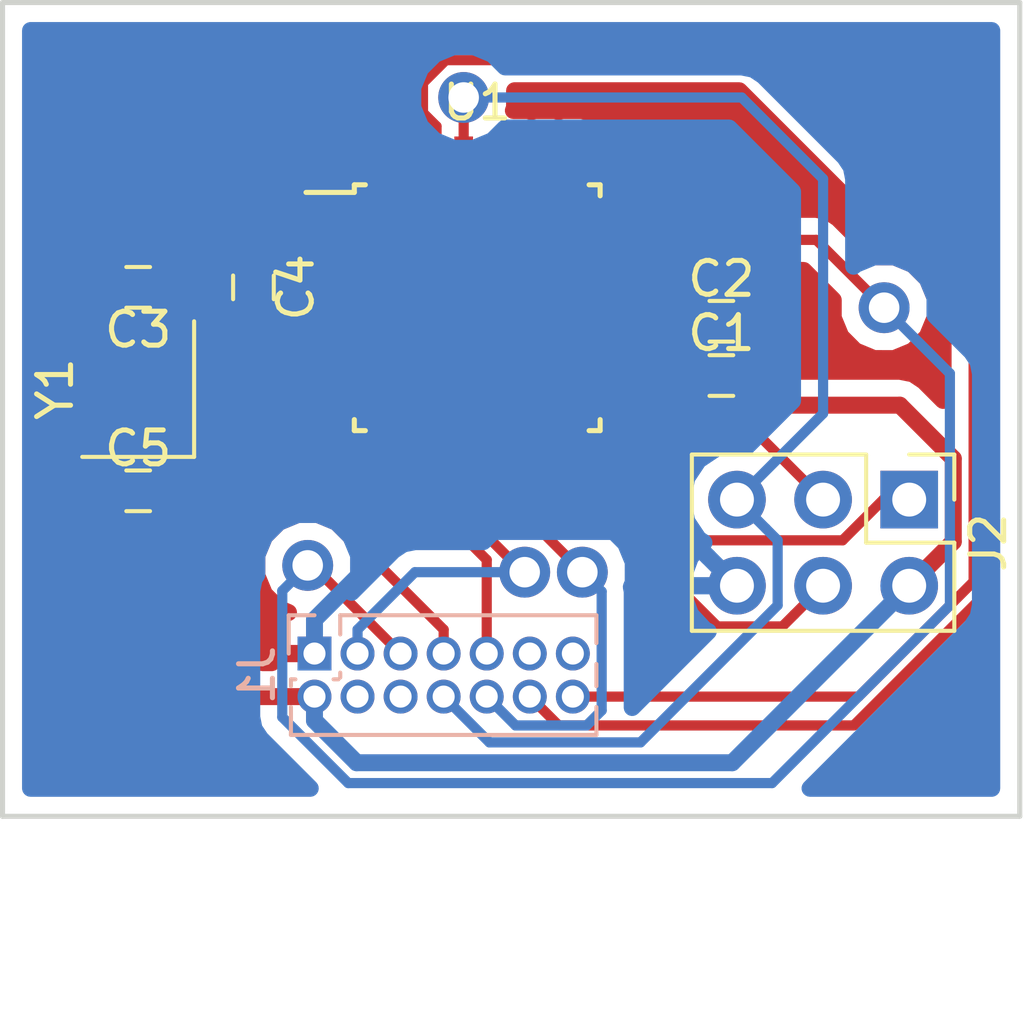
<source format=kicad_pcb>
(kicad_pcb (version 4) (host pcbnew 4.0.7+dfsg1-1~bpo9+1)

  (general
    (links 33)
    (no_connects 12)
    (area 0 0 0 0)
    (thickness 1.6)
    (drawings 5)
    (tracks 154)
    (zones 0)
    (modules 9)
    (nets 16)
  )

  (page A4)
  (layers
    (0 F.Cu signal)
    (31 B.Cu signal)
    (32 B.Adhes user)
    (33 F.Adhes user)
    (34 B.Paste user)
    (35 F.Paste user)
    (36 B.SilkS user)
    (37 F.SilkS user)
    (38 B.Mask user)
    (39 F.Mask user)
    (40 Dwgs.User user)
    (41 Cmts.User user)
    (42 Eco1.User user)
    (43 Eco2.User user)
    (44 Edge.Cuts user)
    (45 Margin user)
    (46 B.CrtYd user)
    (47 F.CrtYd user)
    (48 B.Fab user)
    (49 F.Fab user)
  )

  (setup
    (last_trace_width 0.3)
    (user_trace_width 0.3)
    (user_trace_width 0.5)
    (trace_clearance 0.2)
    (zone_clearance 0.508)
    (zone_45_only no)
    (trace_min 0.2)
    (segment_width 0.2)
    (edge_width 0.15)
    (via_size 1.5)
    (via_drill 0.9)
    (via_min_size 0.4)
    (via_min_drill 0.3)
    (uvia_size 0.3)
    (uvia_drill 0.1)
    (uvias_allowed no)
    (uvia_min_size 0.2)
    (uvia_min_drill 0.1)
    (pcb_text_width 0.3)
    (pcb_text_size 1.5 1.5)
    (mod_edge_width 0.15)
    (mod_text_size 1 1)
    (mod_text_width 0.15)
    (pad_size 1.524 1.524)
    (pad_drill 0.762)
    (pad_to_mask_clearance 0.2)
    (aux_axis_origin 0 0)
    (visible_elements FFFFFF7F)
    (pcbplotparams
      (layerselection 0x00030_80000001)
      (usegerberextensions false)
      (excludeedgelayer true)
      (linewidth 0.100000)
      (plotframeref false)
      (viasonmask false)
      (mode 1)
      (useauxorigin false)
      (hpglpennumber 1)
      (hpglpenspeed 20)
      (hpglpendiameter 15)
      (hpglpenoverlay 2)
      (psnegative false)
      (psa4output false)
      (plotreference true)
      (plotvalue true)
      (plotinvisibletext false)
      (padsonsilk false)
      (subtractmaskfromsilk false)
      (outputformat 1)
      (mirror false)
      (drillshape 1)
      (scaleselection 1)
      (outputdirectory ""))
  )

  (net 0 "")
  (net 1 +5V)
  (net 2 GND)
  (net 3 /XTAL+)
  (net 4 /XTAL-)
  (net 5 /UV_ON)
  (net 6 /36V_MEASURE)
  (net 7 /IR_ON)
  (net 8 /~ICSP_RESET)
  (net 9 /EN_36V)
  (net 10 /VIS)
  (net 11 /FLASH_IN)
  (net 12 /DATA_IN)
  (net 13 /ICSP_MISO)
  (net 14 /ICSP_SCK)
  (net 15 /ICSP_MOSI)

  (net_class Default "This is the default net class."
    (clearance 0.2)
    (trace_width 0.3)
    (via_dia 1.5)
    (via_drill 0.9)
    (uvia_dia 0.3)
    (uvia_drill 0.1)
    (add_net +5V)
    (add_net /36V_MEASURE)
    (add_net /DATA_IN)
    (add_net /EN_36V)
    (add_net /FLASH_IN)
    (add_net /ICSP_MISO)
    (add_net /ICSP_MOSI)
    (add_net /ICSP_SCK)
    (add_net /IR_ON)
    (add_net /UV_ON)
    (add_net /VIS)
    (add_net /XTAL+)
    (add_net /XTAL-)
    (add_net /~ICSP_RESET)
    (add_net GND)
  )

  (module Pin_Headers:Pin_Header_Straight_2x07_Pitch1.27mm (layer B.Cu) (tedit 59650536) (tstamp 5B89C8E1)
    (at 137.2 102.2 270)
    (descr "Through hole straight pin header, 2x07, 1.27mm pitch, double rows")
    (tags "Through hole pin header THT 2x07 1.27mm double row")
    (path /5B7D8B51)
    (fp_text reference J1 (at 0.635 1.695 270) (layer B.SilkS)
      (effects (font (size 1 1) (thickness 0.15)) (justify mirror))
    )
    (fp_text value Conn_02x07_Odd_Even (at 0.635 -9.315 270) (layer B.Fab)
      (effects (font (size 1 1) (thickness 0.15)) (justify mirror))
    )
    (fp_line (start -0.2175 0.635) (end 2.34 0.635) (layer B.Fab) (width 0.1))
    (fp_line (start 2.34 0.635) (end 2.34 -8.255) (layer B.Fab) (width 0.1))
    (fp_line (start 2.34 -8.255) (end -1.07 -8.255) (layer B.Fab) (width 0.1))
    (fp_line (start -1.07 -8.255) (end -1.07 -0.2175) (layer B.Fab) (width 0.1))
    (fp_line (start -1.07 -0.2175) (end -0.2175 0.635) (layer B.Fab) (width 0.1))
    (fp_line (start -1.13 -8.315) (end -0.30753 -8.315) (layer B.SilkS) (width 0.12))
    (fp_line (start 1.57753 -8.315) (end 2.4 -8.315) (layer B.SilkS) (width 0.12))
    (fp_line (start 0.30753 -8.315) (end 0.96247 -8.315) (layer B.SilkS) (width 0.12))
    (fp_line (start -1.13 -0.76) (end -1.13 -8.315) (layer B.SilkS) (width 0.12))
    (fp_line (start 2.4 0.695) (end 2.4 -8.315) (layer B.SilkS) (width 0.12))
    (fp_line (start -1.13 -0.76) (end -0.563471 -0.76) (layer B.SilkS) (width 0.12))
    (fp_line (start 0.563471 -0.76) (end 0.706529 -0.76) (layer B.SilkS) (width 0.12))
    (fp_line (start 0.76 -0.706529) (end 0.76 -0.563471) (layer B.SilkS) (width 0.12))
    (fp_line (start 0.76 0.563471) (end 0.76 0.695) (layer B.SilkS) (width 0.12))
    (fp_line (start 0.76 0.695) (end 0.96247 0.695) (layer B.SilkS) (width 0.12))
    (fp_line (start 1.57753 0.695) (end 2.4 0.695) (layer B.SilkS) (width 0.12))
    (fp_line (start -1.13 0) (end -1.13 0.76) (layer B.SilkS) (width 0.12))
    (fp_line (start -1.13 0.76) (end 0 0.76) (layer B.SilkS) (width 0.12))
    (fp_line (start -1.6 1.15) (end -1.6 -8.8) (layer B.CrtYd) (width 0.05))
    (fp_line (start -1.6 -8.8) (end 2.85 -8.8) (layer B.CrtYd) (width 0.05))
    (fp_line (start 2.85 -8.8) (end 2.85 1.15) (layer B.CrtYd) (width 0.05))
    (fp_line (start 2.85 1.15) (end -1.6 1.15) (layer B.CrtYd) (width 0.05))
    (fp_text user %R (at 0.635 -3.81 540) (layer B.Fab)
      (effects (font (size 1 1) (thickness 0.15)) (justify mirror))
    )
    (pad 1 thru_hole rect (at 0 0 270) (size 1 1) (drill 0.65) (layers *.Cu *.Mask)
      (net 2 GND))
    (pad 2 thru_hole oval (at 1.27 0 270) (size 1 1) (drill 0.65) (layers *.Cu *.Mask)
      (net 1 +5V))
    (pad 3 thru_hole oval (at 0 -1.27 270) (size 1 1) (drill 0.65) (layers *.Cu *.Mask)
      (net 5 /UV_ON))
    (pad 4 thru_hole oval (at 1.27 -1.27 270) (size 1 1) (drill 0.65) (layers *.Cu *.Mask))
    (pad 5 thru_hole oval (at 0 -2.54 270) (size 1 1) (drill 0.65) (layers *.Cu *.Mask)
      (net 6 /36V_MEASURE))
    (pad 6 thru_hole oval (at 1.27 -2.54 270) (size 1 1) (drill 0.65) (layers *.Cu *.Mask))
    (pad 7 thru_hole oval (at 0 -3.81 270) (size 1 1) (drill 0.65) (layers *.Cu *.Mask)
      (net 7 /IR_ON))
    (pad 8 thru_hole oval (at 1.27 -3.81 270) (size 1 1) (drill 0.65) (layers *.Cu *.Mask)
      (net 8 /~ICSP_RESET))
    (pad 9 thru_hole oval (at 0 -5.08 270) (size 1 1) (drill 0.65) (layers *.Cu *.Mask)
      (net 9 /EN_36V))
    (pad 10 thru_hole oval (at 1.27 -5.08 270) (size 1 1) (drill 0.65) (layers *.Cu *.Mask)
      (net 10 /VIS))
    (pad 11 thru_hole oval (at 0 -6.35 270) (size 1 1) (drill 0.65) (layers *.Cu *.Mask))
    (pad 12 thru_hole oval (at 1.27 -6.35 270) (size 1 1) (drill 0.65) (layers *.Cu *.Mask)
      (net 11 /FLASH_IN))
    (pad 13 thru_hole oval (at 0 -7.62 270) (size 1 1) (drill 0.65) (layers *.Cu *.Mask))
    (pad 14 thru_hole oval (at 1.27 -7.62 270) (size 1 1) (drill 0.65) (layers *.Cu *.Mask)
      (net 12 /DATA_IN))
    (model ${KISYS3DMOD}/Pin_Headers.3dshapes/Pin_Header_Straight_2x07_Pitch1.27mm.wrl
      (at (xyz 0 0 0))
      (scale (xyz 1 1 1))
      (rotate (xyz 0 0 0))
    )
  )

  (module Capacitors_SMD:C_0603_HandSoldering (layer F.Cu) (tedit 58AA848B) (tstamp 5B950FBB)
    (at 149.2 94)
    (descr "Capacitor SMD 0603, hand soldering")
    (tags "capacitor 0603")
    (path /5B7E67D5)
    (attr smd)
    (fp_text reference C1 (at 0 -1.25) (layer F.SilkS)
      (effects (font (size 1 1) (thickness 0.15)))
    )
    (fp_text value 100nF (at 0 1.5) (layer F.Fab)
      (effects (font (size 1 1) (thickness 0.15)))
    )
    (fp_text user %R (at 0 -1.25) (layer F.Fab)
      (effects (font (size 1 1) (thickness 0.15)))
    )
    (fp_line (start -0.8 0.4) (end -0.8 -0.4) (layer F.Fab) (width 0.1))
    (fp_line (start 0.8 0.4) (end -0.8 0.4) (layer F.Fab) (width 0.1))
    (fp_line (start 0.8 -0.4) (end 0.8 0.4) (layer F.Fab) (width 0.1))
    (fp_line (start -0.8 -0.4) (end 0.8 -0.4) (layer F.Fab) (width 0.1))
    (fp_line (start -0.35 -0.6) (end 0.35 -0.6) (layer F.SilkS) (width 0.12))
    (fp_line (start 0.35 0.6) (end -0.35 0.6) (layer F.SilkS) (width 0.12))
    (fp_line (start -1.8 -0.65) (end 1.8 -0.65) (layer F.CrtYd) (width 0.05))
    (fp_line (start -1.8 -0.65) (end -1.8 0.65) (layer F.CrtYd) (width 0.05))
    (fp_line (start 1.8 0.65) (end 1.8 -0.65) (layer F.CrtYd) (width 0.05))
    (fp_line (start 1.8 0.65) (end -1.8 0.65) (layer F.CrtYd) (width 0.05))
    (pad 1 smd rect (at -0.95 0) (size 1.2 0.75) (layers F.Cu F.Paste F.Mask)
      (net 1 +5V))
    (pad 2 smd rect (at 0.95 0) (size 1.2 0.75) (layers F.Cu F.Paste F.Mask)
      (net 2 GND))
    (model Capacitors_SMD.3dshapes/C_0603.wrl
      (at (xyz 0 0 0))
      (scale (xyz 1 1 1))
      (rotate (xyz 0 0 0))
    )
  )

  (module Capacitors_SMD:C_0603_HandSoldering (layer F.Cu) (tedit 58AA848B) (tstamp 5B950FCC)
    (at 149.2 92.4)
    (descr "Capacitor SMD 0603, hand soldering")
    (tags "capacitor 0603")
    (path /5B7E6A5B)
    (attr smd)
    (fp_text reference C2 (at 0 -1.25) (layer F.SilkS)
      (effects (font (size 1 1) (thickness 0.15)))
    )
    (fp_text value 100nF (at 0 1.5) (layer F.Fab)
      (effects (font (size 1 1) (thickness 0.15)))
    )
    (fp_text user %R (at 0 -1.25) (layer F.Fab)
      (effects (font (size 1 1) (thickness 0.15)))
    )
    (fp_line (start -0.8 0.4) (end -0.8 -0.4) (layer F.Fab) (width 0.1))
    (fp_line (start 0.8 0.4) (end -0.8 0.4) (layer F.Fab) (width 0.1))
    (fp_line (start 0.8 -0.4) (end 0.8 0.4) (layer F.Fab) (width 0.1))
    (fp_line (start -0.8 -0.4) (end 0.8 -0.4) (layer F.Fab) (width 0.1))
    (fp_line (start -0.35 -0.6) (end 0.35 -0.6) (layer F.SilkS) (width 0.12))
    (fp_line (start 0.35 0.6) (end -0.35 0.6) (layer F.SilkS) (width 0.12))
    (fp_line (start -1.8 -0.65) (end 1.8 -0.65) (layer F.CrtYd) (width 0.05))
    (fp_line (start -1.8 -0.65) (end -1.8 0.65) (layer F.CrtYd) (width 0.05))
    (fp_line (start 1.8 0.65) (end 1.8 -0.65) (layer F.CrtYd) (width 0.05))
    (fp_line (start 1.8 0.65) (end -1.8 0.65) (layer F.CrtYd) (width 0.05))
    (pad 1 smd rect (at -0.95 0) (size 1.2 0.75) (layers F.Cu F.Paste F.Mask)
      (net 1 +5V))
    (pad 2 smd rect (at 0.95 0) (size 1.2 0.75) (layers F.Cu F.Paste F.Mask)
      (net 2 GND))
    (model Capacitors_SMD.3dshapes/C_0603.wrl
      (at (xyz 0 0 0))
      (scale (xyz 1 1 1))
      (rotate (xyz 0 0 0))
    )
  )

  (module Capacitors_SMD:C_0603_HandSoldering (layer F.Cu) (tedit 58AA848B) (tstamp 5B950FDD)
    (at 132 91.4 180)
    (descr "Capacitor SMD 0603, hand soldering")
    (tags "capacitor 0603")
    (path /5B7E720D)
    (attr smd)
    (fp_text reference C3 (at 0 -1.25 180) (layer F.SilkS)
      (effects (font (size 1 1) (thickness 0.15)))
    )
    (fp_text value 18pF (at 0 1.5 180) (layer F.Fab)
      (effects (font (size 1 1) (thickness 0.15)))
    )
    (fp_text user %R (at 0 -1.25 180) (layer F.Fab)
      (effects (font (size 1 1) (thickness 0.15)))
    )
    (fp_line (start -0.8 0.4) (end -0.8 -0.4) (layer F.Fab) (width 0.1))
    (fp_line (start 0.8 0.4) (end -0.8 0.4) (layer F.Fab) (width 0.1))
    (fp_line (start 0.8 -0.4) (end 0.8 0.4) (layer F.Fab) (width 0.1))
    (fp_line (start -0.8 -0.4) (end 0.8 -0.4) (layer F.Fab) (width 0.1))
    (fp_line (start -0.35 -0.6) (end 0.35 -0.6) (layer F.SilkS) (width 0.12))
    (fp_line (start 0.35 0.6) (end -0.35 0.6) (layer F.SilkS) (width 0.12))
    (fp_line (start -1.8 -0.65) (end 1.8 -0.65) (layer F.CrtYd) (width 0.05))
    (fp_line (start -1.8 -0.65) (end -1.8 0.65) (layer F.CrtYd) (width 0.05))
    (fp_line (start 1.8 0.65) (end 1.8 -0.65) (layer F.CrtYd) (width 0.05))
    (fp_line (start 1.8 0.65) (end -1.8 0.65) (layer F.CrtYd) (width 0.05))
    (pad 1 smd rect (at -0.95 0 180) (size 1.2 0.75) (layers F.Cu F.Paste F.Mask)
      (net 2 GND))
    (pad 2 smd rect (at 0.95 0 180) (size 1.2 0.75) (layers F.Cu F.Paste F.Mask)
      (net 3 /XTAL+))
    (model Capacitors_SMD.3dshapes/C_0603.wrl
      (at (xyz 0 0 0))
      (scale (xyz 1 1 1))
      (rotate (xyz 0 0 0))
    )
  )

  (module Capacitors_SMD:C_0603_HandSoldering (layer F.Cu) (tedit 58AA848B) (tstamp 5B950FEE)
    (at 135.4 91.4 270)
    (descr "Capacitor SMD 0603, hand soldering")
    (tags "capacitor 0603")
    (path /5B7E6B0F)
    (attr smd)
    (fp_text reference C4 (at 0 -1.25 270) (layer F.SilkS)
      (effects (font (size 1 1) (thickness 0.15)))
    )
    (fp_text value 100nF (at 0 1.5 270) (layer F.Fab)
      (effects (font (size 1 1) (thickness 0.15)))
    )
    (fp_text user %R (at 0 -1.25 270) (layer F.Fab)
      (effects (font (size 1 1) (thickness 0.15)))
    )
    (fp_line (start -0.8 0.4) (end -0.8 -0.4) (layer F.Fab) (width 0.1))
    (fp_line (start 0.8 0.4) (end -0.8 0.4) (layer F.Fab) (width 0.1))
    (fp_line (start 0.8 -0.4) (end 0.8 0.4) (layer F.Fab) (width 0.1))
    (fp_line (start -0.8 -0.4) (end 0.8 -0.4) (layer F.Fab) (width 0.1))
    (fp_line (start -0.35 -0.6) (end 0.35 -0.6) (layer F.SilkS) (width 0.12))
    (fp_line (start 0.35 0.6) (end -0.35 0.6) (layer F.SilkS) (width 0.12))
    (fp_line (start -1.8 -0.65) (end 1.8 -0.65) (layer F.CrtYd) (width 0.05))
    (fp_line (start -1.8 -0.65) (end -1.8 0.65) (layer F.CrtYd) (width 0.05))
    (fp_line (start 1.8 0.65) (end 1.8 -0.65) (layer F.CrtYd) (width 0.05))
    (fp_line (start 1.8 0.65) (end -1.8 0.65) (layer F.CrtYd) (width 0.05))
    (pad 1 smd rect (at -0.95 0 270) (size 1.2 0.75) (layers F.Cu F.Paste F.Mask)
      (net 1 +5V))
    (pad 2 smd rect (at 0.95 0 270) (size 1.2 0.75) (layers F.Cu F.Paste F.Mask)
      (net 2 GND))
    (model Capacitors_SMD.3dshapes/C_0603.wrl
      (at (xyz 0 0 0))
      (scale (xyz 1 1 1))
      (rotate (xyz 0 0 0))
    )
  )

  (module Capacitors_SMD:C_0603_HandSoldering (layer F.Cu) (tedit 58AA848B) (tstamp 5B950FFF)
    (at 132 97.4)
    (descr "Capacitor SMD 0603, hand soldering")
    (tags "capacitor 0603")
    (path /5B7E7143)
    (attr smd)
    (fp_text reference C5 (at 0 -1.25) (layer F.SilkS)
      (effects (font (size 1 1) (thickness 0.15)))
    )
    (fp_text value 18pF (at 0 1.5) (layer F.Fab)
      (effects (font (size 1 1) (thickness 0.15)))
    )
    (fp_text user %R (at 0 -1.25) (layer F.Fab)
      (effects (font (size 1 1) (thickness 0.15)))
    )
    (fp_line (start -0.8 0.4) (end -0.8 -0.4) (layer F.Fab) (width 0.1))
    (fp_line (start 0.8 0.4) (end -0.8 0.4) (layer F.Fab) (width 0.1))
    (fp_line (start 0.8 -0.4) (end 0.8 0.4) (layer F.Fab) (width 0.1))
    (fp_line (start -0.8 -0.4) (end 0.8 -0.4) (layer F.Fab) (width 0.1))
    (fp_line (start -0.35 -0.6) (end 0.35 -0.6) (layer F.SilkS) (width 0.12))
    (fp_line (start 0.35 0.6) (end -0.35 0.6) (layer F.SilkS) (width 0.12))
    (fp_line (start -1.8 -0.65) (end 1.8 -0.65) (layer F.CrtYd) (width 0.05))
    (fp_line (start -1.8 -0.65) (end -1.8 0.65) (layer F.CrtYd) (width 0.05))
    (fp_line (start 1.8 0.65) (end 1.8 -0.65) (layer F.CrtYd) (width 0.05))
    (fp_line (start 1.8 0.65) (end -1.8 0.65) (layer F.CrtYd) (width 0.05))
    (pad 1 smd rect (at -0.95 0) (size 1.2 0.75) (layers F.Cu F.Paste F.Mask)
      (net 2 GND))
    (pad 2 smd rect (at 0.95 0) (size 1.2 0.75) (layers F.Cu F.Paste F.Mask)
      (net 4 /XTAL-))
    (model Capacitors_SMD.3dshapes/C_0603.wrl
      (at (xyz 0 0 0))
      (scale (xyz 1 1 1))
      (rotate (xyz 0 0 0))
    )
  )

  (module Housings_QFP:TQFP-32_7x7mm_Pitch0.8mm (layer F.Cu) (tedit 58CC9A48) (tstamp 5B951067)
    (at 142 92)
    (descr "32-Lead Plastic Thin Quad Flatpack (PT) - 7x7x1.0 mm Body, 2.00 mm [TQFP] (see Microchip Packaging Specification 00000049BS.pdf)")
    (tags "QFP 0.8")
    (path /5B7E6742)
    (attr smd)
    (fp_text reference U1 (at 0 -6.05) (layer F.SilkS)
      (effects (font (size 1 1) (thickness 0.15)))
    )
    (fp_text value ATMEGA328PB-AU (at 0 6.05) (layer F.Fab)
      (effects (font (size 1 1) (thickness 0.15)))
    )
    (fp_text user %R (at 0 0) (layer F.Fab)
      (effects (font (size 1 1) (thickness 0.15)))
    )
    (fp_line (start -2.5 -3.5) (end 3.5 -3.5) (layer F.Fab) (width 0.15))
    (fp_line (start 3.5 -3.5) (end 3.5 3.5) (layer F.Fab) (width 0.15))
    (fp_line (start 3.5 3.5) (end -3.5 3.5) (layer F.Fab) (width 0.15))
    (fp_line (start -3.5 3.5) (end -3.5 -2.5) (layer F.Fab) (width 0.15))
    (fp_line (start -3.5 -2.5) (end -2.5 -3.5) (layer F.Fab) (width 0.15))
    (fp_line (start -5.3 -5.3) (end -5.3 5.3) (layer F.CrtYd) (width 0.05))
    (fp_line (start 5.3 -5.3) (end 5.3 5.3) (layer F.CrtYd) (width 0.05))
    (fp_line (start -5.3 -5.3) (end 5.3 -5.3) (layer F.CrtYd) (width 0.05))
    (fp_line (start -5.3 5.3) (end 5.3 5.3) (layer F.CrtYd) (width 0.05))
    (fp_line (start -3.625 -3.625) (end -3.625 -3.4) (layer F.SilkS) (width 0.15))
    (fp_line (start 3.625 -3.625) (end 3.625 -3.3) (layer F.SilkS) (width 0.15))
    (fp_line (start 3.625 3.625) (end 3.625 3.3) (layer F.SilkS) (width 0.15))
    (fp_line (start -3.625 3.625) (end -3.625 3.3) (layer F.SilkS) (width 0.15))
    (fp_line (start -3.625 -3.625) (end -3.3 -3.625) (layer F.SilkS) (width 0.15))
    (fp_line (start -3.625 3.625) (end -3.3 3.625) (layer F.SilkS) (width 0.15))
    (fp_line (start 3.625 3.625) (end 3.3 3.625) (layer F.SilkS) (width 0.15))
    (fp_line (start 3.625 -3.625) (end 3.3 -3.625) (layer F.SilkS) (width 0.15))
    (fp_line (start -3.625 -3.4) (end -5.05 -3.4) (layer F.SilkS) (width 0.15))
    (pad 1 smd rect (at -4.25 -2.8) (size 1.6 0.55) (layers F.Cu F.Paste F.Mask)
      (net 11 /FLASH_IN))
    (pad 2 smd rect (at -4.25 -2) (size 1.6 0.55) (layers F.Cu F.Paste F.Mask))
    (pad 3 smd rect (at -4.25 -1.2) (size 1.6 0.55) (layers F.Cu F.Paste F.Mask))
    (pad 4 smd rect (at -4.25 -0.4) (size 1.6 0.55) (layers F.Cu F.Paste F.Mask)
      (net 1 +5V))
    (pad 5 smd rect (at -4.25 0.4) (size 1.6 0.55) (layers F.Cu F.Paste F.Mask)
      (net 2 GND))
    (pad 6 smd rect (at -4.25 1.2) (size 1.6 0.55) (layers F.Cu F.Paste F.Mask))
    (pad 7 smd rect (at -4.25 2) (size 1.6 0.55) (layers F.Cu F.Paste F.Mask)
      (net 3 /XTAL+))
    (pad 8 smd rect (at -4.25 2.8) (size 1.6 0.55) (layers F.Cu F.Paste F.Mask)
      (net 4 /XTAL-))
    (pad 9 smd rect (at -2.8 4.25 90) (size 1.6 0.55) (layers F.Cu F.Paste F.Mask)
      (net 7 /IR_ON))
    (pad 10 smd rect (at -2 4.25 90) (size 1.6 0.55) (layers F.Cu F.Paste F.Mask)
      (net 9 /EN_36V))
    (pad 11 smd rect (at -1.2 4.25 90) (size 1.6 0.55) (layers F.Cu F.Paste F.Mask))
    (pad 12 smd rect (at -0.4 4.25 90) (size 1.6 0.55) (layers F.Cu F.Paste F.Mask))
    (pad 13 smd rect (at 0.4 4.25 90) (size 1.6 0.55) (layers F.Cu F.Paste F.Mask)
      (net 5 /UV_ON))
    (pad 14 smd rect (at 1.2 4.25 90) (size 1.6 0.55) (layers F.Cu F.Paste F.Mask)
      (net 10 /VIS))
    (pad 15 smd rect (at 2 4.25 90) (size 1.6 0.55) (layers F.Cu F.Paste F.Mask)
      (net 15 /ICSP_MOSI))
    (pad 16 smd rect (at 2.8 4.25 90) (size 1.6 0.55) (layers F.Cu F.Paste F.Mask)
      (net 13 /ICSP_MISO))
    (pad 17 smd rect (at 4.25 2.8) (size 1.6 0.55) (layers F.Cu F.Paste F.Mask)
      (net 14 /ICSP_SCK))
    (pad 18 smd rect (at 4.25 2) (size 1.6 0.55) (layers F.Cu F.Paste F.Mask)
      (net 1 +5V))
    (pad 19 smd rect (at 4.25 1.2) (size 1.6 0.55) (layers F.Cu F.Paste F.Mask))
    (pad 20 smd rect (at 4.25 0.4) (size 1.6 0.55) (layers F.Cu F.Paste F.Mask)
      (net 1 +5V))
    (pad 21 smd rect (at 4.25 -0.4) (size 1.6 0.55) (layers F.Cu F.Paste F.Mask)
      (net 2 GND))
    (pad 22 smd rect (at 4.25 -1.2) (size 1.6 0.55) (layers F.Cu F.Paste F.Mask))
    (pad 23 smd rect (at 4.25 -2) (size 1.6 0.55) (layers F.Cu F.Paste F.Mask)
      (net 6 /36V_MEASURE))
    (pad 24 smd rect (at 4.25 -2.8) (size 1.6 0.55) (layers F.Cu F.Paste F.Mask))
    (pad 25 smd rect (at 2.8 -4.25 90) (size 1.6 0.55) (layers F.Cu F.Paste F.Mask))
    (pad 26 smd rect (at 2 -4.25 90) (size 1.6 0.55) (layers F.Cu F.Paste F.Mask))
    (pad 27 smd rect (at 1.2 -4.25 90) (size 1.6 0.55) (layers F.Cu F.Paste F.Mask))
    (pad 28 smd rect (at 0.4 -4.25 90) (size 1.6 0.55) (layers F.Cu F.Paste F.Mask))
    (pad 29 smd rect (at -0.4 -4.25 90) (size 1.6 0.55) (layers F.Cu F.Paste F.Mask)
      (net 8 /~ICSP_RESET))
    (pad 30 smd rect (at -1.2 -4.25 90) (size 1.6 0.55) (layers F.Cu F.Paste F.Mask)
      (net 12 /DATA_IN))
    (pad 31 smd rect (at -2 -4.25 90) (size 1.6 0.55) (layers F.Cu F.Paste F.Mask))
    (pad 32 smd rect (at -2.8 -4.25 90) (size 1.6 0.55) (layers F.Cu F.Paste F.Mask))
    (model ${KISYS3DMOD}/Housings_QFP.3dshapes/TQFP-32_7x7mm_Pitch0.8mm.wrl
      (at (xyz 0 0 0))
      (scale (xyz 1 1 1))
      (rotate (xyz 0 0 0))
    )
  )

  (module Crystals:Crystal_SMD_Abracon_ABM8G-4pin_3.2x2.5mm (layer F.Cu) (tedit 58CD2E9C) (tstamp 5B95107F)
    (at 132 94.4 90)
    (descr "Abracon Miniature Ceramic Smd Crystal ABM8G http://www.abracon.com/Resonators/ABM8G.pdf, 3.2x2.5mm^2 package")
    (tags "SMD SMT crystal")
    (path /5B7E6FE4)
    (attr smd)
    (fp_text reference Y1 (at 0 -2.45 90) (layer F.SilkS)
      (effects (font (size 1 1) (thickness 0.15)))
    )
    (fp_text value 20MHz (at 0 2.45 90) (layer F.Fab)
      (effects (font (size 1 1) (thickness 0.15)))
    )
    (fp_text user %R (at 0 0 90) (layer F.Fab)
      (effects (font (size 0.7 0.7) (thickness 0.105)))
    )
    (fp_line (start -1.4 -1.25) (end 1.4 -1.25) (layer F.Fab) (width 0.1))
    (fp_line (start 1.4 -1.25) (end 1.6 -1.05) (layer F.Fab) (width 0.1))
    (fp_line (start 1.6 -1.05) (end 1.6 1.05) (layer F.Fab) (width 0.1))
    (fp_line (start 1.6 1.05) (end 1.4 1.25) (layer F.Fab) (width 0.1))
    (fp_line (start 1.4 1.25) (end -1.4 1.25) (layer F.Fab) (width 0.1))
    (fp_line (start -1.4 1.25) (end -1.6 1.05) (layer F.Fab) (width 0.1))
    (fp_line (start -1.6 1.05) (end -1.6 -1.05) (layer F.Fab) (width 0.1))
    (fp_line (start -1.6 -1.05) (end -1.4 -1.25) (layer F.Fab) (width 0.1))
    (fp_line (start -1.6 0.25) (end -0.6 1.25) (layer F.Fab) (width 0.1))
    (fp_line (start -2 -1.65) (end -2 1.65) (layer F.SilkS) (width 0.12))
    (fp_line (start -2 1.65) (end 2 1.65) (layer F.SilkS) (width 0.12))
    (fp_line (start -2.1 -1.7) (end -2.1 1.7) (layer F.CrtYd) (width 0.05))
    (fp_line (start -2.1 1.7) (end 2.1 1.7) (layer F.CrtYd) (width 0.05))
    (fp_line (start 2.1 1.7) (end 2.1 -1.7) (layer F.CrtYd) (width 0.05))
    (fp_line (start 2.1 -1.7) (end -2.1 -1.7) (layer F.CrtYd) (width 0.05))
    (pad 1 smd rect (at -1.1 0.85 90) (size 1.4 1.2) (layers F.Cu F.Paste F.Mask)
      (net 4 /XTAL-))
    (pad 2 smd rect (at 1.1 0.85 90) (size 1.4 1.2) (layers F.Cu F.Paste F.Mask)
      (net 2 GND))
    (pad 3 smd rect (at 1.1 -0.85 90) (size 1.4 1.2) (layers F.Cu F.Paste F.Mask)
      (net 3 /XTAL+))
    (pad 4 smd rect (at -1.1 -0.85 90) (size 1.4 1.2) (layers F.Cu F.Paste F.Mask)
      (net 2 GND))
    (model ${KISYS3DMOD}/Crystals.3dshapes/Crystal_SMD_Abracon_ABM8G-4pin_3.2x2.5mm.wrl
      (at (xyz 0 0 0))
      (scale (xyz 1 1 1))
      (rotate (xyz 0 0 0))
    )
  )

  (module Pin_Headers:Pin_Header_Straight_2x03_Pitch2.54mm (layer F.Cu) (tedit 59650532) (tstamp 5B951030)
    (at 154.74 97.66 270)
    (descr "Through hole straight pin header, 2x03, 2.54mm pitch, double rows")
    (tags "Through hole pin header THT 2x03 2.54mm double row")
    (path /5B7E6C57)
    (fp_text reference J2 (at 1.27 -2.33 270) (layer F.SilkS)
      (effects (font (size 1 1) (thickness 0.15)))
    )
    (fp_text value Conn_02x03_Odd_Even (at 1.27 7.41 270) (layer F.Fab)
      (effects (font (size 1 1) (thickness 0.15)))
    )
    (fp_line (start 0 -1.27) (end 3.81 -1.27) (layer F.Fab) (width 0.1))
    (fp_line (start 3.81 -1.27) (end 3.81 6.35) (layer F.Fab) (width 0.1))
    (fp_line (start 3.81 6.35) (end -1.27 6.35) (layer F.Fab) (width 0.1))
    (fp_line (start -1.27 6.35) (end -1.27 0) (layer F.Fab) (width 0.1))
    (fp_line (start -1.27 0) (end 0 -1.27) (layer F.Fab) (width 0.1))
    (fp_line (start -1.33 6.41) (end 3.87 6.41) (layer F.SilkS) (width 0.12))
    (fp_line (start -1.33 1.27) (end -1.33 6.41) (layer F.SilkS) (width 0.12))
    (fp_line (start 3.87 -1.33) (end 3.87 6.41) (layer F.SilkS) (width 0.12))
    (fp_line (start -1.33 1.27) (end 1.27 1.27) (layer F.SilkS) (width 0.12))
    (fp_line (start 1.27 1.27) (end 1.27 -1.33) (layer F.SilkS) (width 0.12))
    (fp_line (start 1.27 -1.33) (end 3.87 -1.33) (layer F.SilkS) (width 0.12))
    (fp_line (start -1.33 0) (end -1.33 -1.33) (layer F.SilkS) (width 0.12))
    (fp_line (start -1.33 -1.33) (end 0 -1.33) (layer F.SilkS) (width 0.12))
    (fp_line (start -1.8 -1.8) (end -1.8 6.85) (layer F.CrtYd) (width 0.05))
    (fp_line (start -1.8 6.85) (end 4.35 6.85) (layer F.CrtYd) (width 0.05))
    (fp_line (start 4.35 6.85) (end 4.35 -1.8) (layer F.CrtYd) (width 0.05))
    (fp_line (start 4.35 -1.8) (end -1.8 -1.8) (layer F.CrtYd) (width 0.05))
    (fp_text user %R (at 1.27 2.54 360) (layer F.Fab)
      (effects (font (size 1 1) (thickness 0.15)))
    )
    (pad 1 thru_hole rect (at 0 0 270) (size 1.7 1.7) (drill 1) (layers *.Cu *.Mask)
      (net 13 /ICSP_MISO))
    (pad 2 thru_hole oval (at 2.54 0 270) (size 1.7 1.7) (drill 1) (layers *.Cu *.Mask)
      (net 1 +5V))
    (pad 3 thru_hole oval (at 0 2.54 270) (size 1.7 1.7) (drill 1) (layers *.Cu *.Mask)
      (net 14 /ICSP_SCK))
    (pad 4 thru_hole oval (at 2.54 2.54 270) (size 1.7 1.7) (drill 1) (layers *.Cu *.Mask)
      (net 15 /ICSP_MOSI))
    (pad 5 thru_hole oval (at 0 5.08 270) (size 1.7 1.7) (drill 1) (layers *.Cu *.Mask)
      (net 8 /~ICSP_RESET))
    (pad 6 thru_hole oval (at 2.54 5.08 270) (size 1.7 1.7) (drill 1) (layers *.Cu *.Mask)
      (net 2 GND))
    (model ${KISYS3DMOD}/Pin_Headers.3dshapes/Pin_Header_Straight_2x03_Pitch2.54mm.wrl
      (at (xyz 0 0 0))
      (scale (xyz 1 1 1))
      (rotate (xyz 0 0 0))
    )
  )

  (dimension 22 (width 0.3) (layer Cmts.User)
    (gr_text "22.000 mm" (at 147 113.35) (layer Cmts.User)
      (effects (font (size 1.5 1.5) (thickness 0.3)))
    )
    (feature1 (pts (xy 158 107) (xy 158 114.7)))
    (feature2 (pts (xy 136 107) (xy 136 114.7)))
    (crossbar (pts (xy 136 112) (xy 158 112)))
    (arrow1a (pts (xy 158 112) (xy 156.873496 112.586421)))
    (arrow1b (pts (xy 158 112) (xy 156.873496 111.413579)))
    (arrow2a (pts (xy 136 112) (xy 137.126504 112.586421)))
    (arrow2b (pts (xy 136 112) (xy 137.126504 111.413579)))
  )
  (gr_line (start 128 107) (end 128 83) (layer Edge.Cuts) (width 0.15))
  (gr_line (start 158 107) (end 128 107) (layer Edge.Cuts) (width 0.15))
  (gr_line (start 158 83) (end 158 107) (layer Edge.Cuts) (width 0.15))
  (gr_line (start 128 83) (end 158 83) (layer Edge.Cuts) (width 0.15))

  (segment (start 137.2 103.47) (end 135.255038 103.47) (width 0.5) (layer F.Cu) (net 1))
  (segment (start 135.255038 103.47) (end 129.499989 97.714951) (width 0.5) (layer F.Cu) (net 1))
  (segment (start 129.499989 97.714951) (end 129.499989 90.496467) (width 0.5) (layer F.Cu) (net 1))
  (segment (start 129.499989 90.496467) (end 129.921467 90.074989) (width 0.5) (layer F.Cu) (net 1))
  (segment (start 129.921467 90.074989) (end 134.149989 90.074989) (width 0.5) (layer F.Cu) (net 1))
  (segment (start 134.525 90.45) (end 135.4 90.45) (width 0.5) (layer F.Cu) (net 1))
  (segment (start 134.149989 90.074989) (end 134.525 90.45) (width 0.5) (layer F.Cu) (net 1))
  (segment (start 154.74 100.2) (end 149.519979 105.420021) (width 0.5) (layer B.Cu) (net 1))
  (segment (start 149.519979 105.420021) (end 138.442915 105.420021) (width 0.5) (layer B.Cu) (net 1))
  (segment (start 138.442915 105.420021) (end 137.2 104.177106) (width 0.5) (layer B.Cu) (net 1))
  (segment (start 137.2 104.177106) (end 137.2 103.47) (width 0.5) (layer B.Cu) (net 1))
  (segment (start 154.74 100.2) (end 156.040001 98.899999) (width 0.5) (layer F.Cu) (net 1))
  (segment (start 156.040001 96.449999) (end 154.465002 94.875) (width 0.5) (layer F.Cu) (net 1))
  (segment (start 156.040001 98.899999) (end 156.040001 96.449999) (width 0.5) (layer F.Cu) (net 1))
  (segment (start 149.35 94.875) (end 148.475 94) (width 0.5) (layer F.Cu) (net 1))
  (segment (start 154.465002 94.875) (end 149.35 94.875) (width 0.5) (layer F.Cu) (net 1))
  (segment (start 148.475 94) (end 148.25 94) (width 0.5) (layer F.Cu) (net 1))
  (segment (start 137.75 91.6) (end 136.55 91.6) (width 0.5) (layer F.Cu) (net 1))
  (segment (start 136.55 91.6) (end 135.4 90.45) (width 0.5) (layer F.Cu) (net 1))
  (segment (start 148.25 92.4) (end 146.25 92.4) (width 0.5) (layer F.Cu) (net 1))
  (segment (start 148.25 94) (end 146.25 94) (width 0.5) (layer F.Cu) (net 1))
  (segment (start 148.25 94) (end 148.25 92.4) (width 0.5) (layer F.Cu) (net 1))
  (segment (start 137.2 102.2) (end 134.975 102.2) (width 0.5) (layer F.Cu) (net 2))
  (segment (start 134.975 102.2) (end 131.05 98.275) (width 0.5) (layer F.Cu) (net 2))
  (segment (start 131.05 98.275) (end 131.05 97.4) (width 0.5) (layer F.Cu) (net 2))
  (segment (start 137.2 102.2) (end 137.2 101.2) (width 0.5) (layer B.Cu) (net 2))
  (segment (start 137.2 101.2) (end 139.800001 98.599999) (width 0.5) (layer B.Cu) (net 2))
  (segment (start 139.800001 98.599999) (end 148.059999 98.599999) (width 0.5) (layer B.Cu) (net 2))
  (segment (start 148.059999 98.599999) (end 148.810001 99.350001) (width 0.5) (layer B.Cu) (net 2))
  (segment (start 148.810001 99.350001) (end 149.66 100.2) (width 0.5) (layer B.Cu) (net 2))
  (segment (start 132.95 91.4) (end 132.95 90.725) (width 0.3) (layer F.Cu) (net 2))
  (segment (start 132.95 90.725) (end 132.899999 90.674999) (width 0.3) (layer F.Cu) (net 2))
  (segment (start 132.899999 90.674999) (end 130.169999 90.674999) (width 0.3) (layer F.Cu) (net 2))
  (segment (start 130.169999 90.674999) (end 130.099999 90.744999) (width 0.3) (layer F.Cu) (net 2))
  (segment (start 130.099999 90.744999) (end 130.099999 94.349999) (width 0.3) (layer F.Cu) (net 2))
  (segment (start 130.099999 94.349999) (end 131.15 95.4) (width 0.3) (layer F.Cu) (net 2))
  (segment (start 131.15 95.4) (end 131.15 95.5) (width 0.3) (layer F.Cu) (net 2))
  (segment (start 137.2 102.2) (end 137.063998 102.2) (width 0.5) (layer F.Cu) (net 2))
  (segment (start 132.85 93.3) (end 134.45 93.3) (width 0.5) (layer F.Cu) (net 2))
  (segment (start 134.45 93.3) (end 135.4 92.35) (width 0.5) (layer F.Cu) (net 2))
  (segment (start 132.95 91.4) (end 132.95 93.2) (width 0.5) (layer F.Cu) (net 2))
  (segment (start 132.95 93.2) (end 132.85 93.3) (width 0.5) (layer F.Cu) (net 2))
  (segment (start 137.75 92.4) (end 135.45 92.4) (width 0.5) (layer F.Cu) (net 2))
  (segment (start 135.45 92.4) (end 135.4 92.35) (width 0.5) (layer F.Cu) (net 2))
  (segment (start 146.25 91.6) (end 145.164998 91.6) (width 0.5) (layer F.Cu) (net 2))
  (segment (start 145.164998 91.6) (end 144.364998 92.4) (width 0.5) (layer F.Cu) (net 2))
  (segment (start 144.364998 92.4) (end 139.05 92.4) (width 0.5) (layer F.Cu) (net 2))
  (segment (start 139.05 92.4) (end 137.75 92.4) (width 0.5) (layer F.Cu) (net 2))
  (segment (start 150.15 94) (end 150.15 92.4) (width 0.5) (layer F.Cu) (net 2))
  (segment (start 146.25 91.6) (end 147.264998 91.6) (width 0.5) (layer F.Cu) (net 2))
  (segment (start 147.264998 91.6) (end 147.339998 91.525) (width 0.5) (layer F.Cu) (net 2))
  (segment (start 147.339998 91.525) (end 149.05 91.525) (width 0.5) (layer F.Cu) (net 2))
  (segment (start 149.05 91.525) (end 149.925 92.4) (width 0.5) (layer F.Cu) (net 2))
  (segment (start 149.925 92.4) (end 150.15 92.4) (width 0.5) (layer F.Cu) (net 2))
  (segment (start 131.05 97.4) (end 131.05 95.6) (width 0.3) (layer F.Cu) (net 2))
  (segment (start 131.05 95.6) (end 131.15 95.5) (width 0.3) (layer F.Cu) (net 2))
  (segment (start 131.15 93.3) (end 131.15 91.5) (width 0.3) (layer F.Cu) (net 3))
  (segment (start 131.15 91.5) (end 131.05 91.4) (width 0.3) (layer F.Cu) (net 3))
  (segment (start 131.15 93.3) (end 131.15 93.530002) (width 0.3) (layer F.Cu) (net 3))
  (segment (start 131.15 93.530002) (end 131.969999 94.350001) (width 0.3) (layer F.Cu) (net 3))
  (segment (start 131.969999 94.350001) (end 136.299999 94.350001) (width 0.3) (layer F.Cu) (net 3))
  (segment (start 136.299999 94.350001) (end 136.65 94) (width 0.3) (layer F.Cu) (net 3))
  (segment (start 136.65 94) (end 137.75 94) (width 0.3) (layer F.Cu) (net 3))
  (segment (start 132.85 95.5) (end 132.85 97.3) (width 0.3) (layer F.Cu) (net 4))
  (segment (start 132.85 97.3) (end 132.95 97.4) (width 0.3) (layer F.Cu) (net 4))
  (segment (start 134.399989 94.850011) (end 136.749989 94.850011) (width 0.3) (layer F.Cu) (net 4))
  (segment (start 136.8 94.8) (end 137.75 94.8) (width 0.3) (layer F.Cu) (net 4))
  (segment (start 136.749989 94.850011) (end 136.8 94.8) (width 0.3) (layer F.Cu) (net 4))
  (segment (start 132.85 95.5) (end 133.75 95.5) (width 0.3) (layer F.Cu) (net 4))
  (segment (start 133.75 95.5) (end 134.399989 94.850011) (width 0.3) (layer F.Cu) (net 4))
  (segment (start 138.47 102.2) (end 138.47 101.492894) (width 0.3) (layer B.Cu) (net 5))
  (segment (start 138.47 101.492894) (end 140.162894 99.8) (width 0.3) (layer B.Cu) (net 5))
  (segment (start 140.162894 99.8) (end 142.33934 99.8) (width 0.3) (layer B.Cu) (net 5))
  (segment (start 142.33934 99.8) (end 143.4 99.8) (width 0.3) (layer B.Cu) (net 5))
  (segment (start 142.4 96.25) (end 142.4 98.847882) (width 0.3) (layer F.Cu) (net 5))
  (segment (start 142.4 98.847882) (end 143.352118 99.8) (width 0.3) (layer F.Cu) (net 5))
  (segment (start 143.352118 99.8) (end 143.4 99.8) (width 0.3) (layer F.Cu) (net 5))
  (via (at 143.4 99.8) (size 1.5) (drill 0.9) (layers F.Cu B.Cu) (net 5))
  (segment (start 136.250001 100.349999) (end 136.250001 104.075649) (width 0.3) (layer B.Cu) (net 6))
  (segment (start 136.250001 104.075649) (end 138.194383 106.020031) (width 0.3) (layer B.Cu) (net 6))
  (segment (start 138.194383 106.020031) (end 150.695971 106.020031) (width 0.3) (layer B.Cu) (net 6))
  (segment (start 150.695971 106.020031) (end 155.940001 100.776001) (width 0.3) (layer B.Cu) (net 6))
  (segment (start 154 92) (end 152 90) (width 0.3) (layer F.Cu) (net 6))
  (via (at 137 99.6) (size 1.5) (drill 0.9) (layers F.Cu B.Cu) (net 6))
  (segment (start 137.14 99.6) (end 137 99.6) (width 0.3) (layer F.Cu) (net 6))
  (segment (start 139.74 102.2) (end 137.14 99.6) (width 0.3) (layer F.Cu) (net 6))
  (via (at 154 92) (size 1.5) (drill 0.9) (layers F.Cu B.Cu) (net 6))
  (segment (start 155.940001 100.776001) (end 155.940001 93.940001) (width 0.3) (layer B.Cu) (net 6))
  (segment (start 155.940001 93.940001) (end 154 92) (width 0.3) (layer B.Cu) (net 6))
  (segment (start 137 99.6) (end 136.250001 100.349999) (width 0.3) (layer B.Cu) (net 6))
  (segment (start 152 90) (end 146.25 90) (width 0.3) (layer F.Cu) (net 6))
  (segment (start 141.01 102.2) (end 141.01 101.492894) (width 0.3) (layer F.Cu) (net 7))
  (segment (start 141.01 101.492894) (end 139.2 99.682894) (width 0.3) (layer F.Cu) (net 7))
  (segment (start 139.2 99.682894) (end 139.2 97.35) (width 0.3) (layer F.Cu) (net 7))
  (segment (start 139.2 97.35) (end 139.2 96.25) (width 0.3) (layer F.Cu) (net 7))
  (segment (start 141.6 85.8) (end 141.6 87.75) (width 0.3) (layer F.Cu) (net 8))
  (segment (start 152.2 88.2) (end 149.8 85.8) (width 0.3) (layer B.Cu) (net 8))
  (segment (start 149.8 85.8) (end 141.6 85.8) (width 0.3) (layer B.Cu) (net 8))
  (via (at 141.6 85.8) (size 1.5) (drill 0.9) (layers F.Cu B.Cu) (net 8))
  (segment (start 152.2 95.12) (end 152.2 88.2) (width 0.3) (layer B.Cu) (net 8))
  (segment (start 149.66 97.66) (end 152.2 95.12) (width 0.3) (layer B.Cu) (net 8))
  (segment (start 141.01 103.47) (end 142.360011 104.820011) (width 0.3) (layer B.Cu) (net 8))
  (segment (start 142.360011 104.820011) (end 146.815991 104.820011) (width 0.3) (layer B.Cu) (net 8))
  (segment (start 150.860001 98.860001) (end 150.509999 98.509999) (width 0.3) (layer B.Cu) (net 8))
  (segment (start 146.815991 104.820011) (end 150.860001 100.776001) (width 0.3) (layer B.Cu) (net 8))
  (segment (start 150.860001 100.776001) (end 150.860001 98.860001) (width 0.3) (layer B.Cu) (net 8))
  (segment (start 150.509999 98.509999) (end 149.66 97.66) (width 0.3) (layer B.Cu) (net 8))
  (segment (start 142.28 102.2) (end 142.28 99.435002) (width 0.3) (layer F.Cu) (net 9))
  (segment (start 142.28 99.435002) (end 140 97.155002) (width 0.3) (layer F.Cu) (net 9))
  (segment (start 140 97.155002) (end 140 96.25) (width 0.3) (layer F.Cu) (net 9))
  (segment (start 145.100003 99.8) (end 143.2 97.899997) (width 0.3) (layer F.Cu) (net 10))
  (segment (start 143.2 97.899997) (end 143.2 96.25) (width 0.3) (layer F.Cu) (net 10))
  (segment (start 142.28 103.47) (end 143.130001 104.320001) (width 0.3) (layer B.Cu) (net 10))
  (segment (start 143.130001 104.320001) (end 145.228001 104.320001) (width 0.3) (layer B.Cu) (net 10))
  (via (at 145.100003 99.8) (size 1.5) (drill 0.9) (layers F.Cu B.Cu) (net 10))
  (segment (start 145.228001 104.320001) (end 145.670001 103.878001) (width 0.3) (layer B.Cu) (net 10))
  (segment (start 145.670001 103.878001) (end 145.670001 100.369998) (width 0.3) (layer B.Cu) (net 10))
  (segment (start 145.670001 100.369998) (end 145.100003 99.8) (width 0.3) (layer B.Cu) (net 10))
  (segment (start 157.2 100.223122) (end 157.2 91.09288) (width 0.3) (layer F.Cu) (net 11))
  (segment (start 157.2 91.09288) (end 150.307109 84.199989) (width 0.3) (layer F.Cu) (net 11))
  (segment (start 150.307109 84.199989) (end 140.864889 84.199989) (width 0.3) (layer F.Cu) (net 11))
  (segment (start 140.864889 84.199989) (end 137.75 87.314878) (width 0.3) (layer F.Cu) (net 11))
  (segment (start 137.75 87.314878) (end 137.75 88.625) (width 0.3) (layer F.Cu) (net 11))
  (segment (start 137.75 88.625) (end 137.75 89.2) (width 0.3) (layer F.Cu) (net 11))
  (segment (start 143.55 103.47) (end 144.400001 104.320001) (width 0.3) (layer F.Cu) (net 11))
  (segment (start 144.400001 104.320001) (end 153.103121 104.320001) (width 0.3) (layer F.Cu) (net 11))
  (segment (start 153.103121 104.320001) (end 157.2 100.223122) (width 0.3) (layer F.Cu) (net 11))
  (segment (start 143.55 103.47) (end 143.561998 103.47) (width 0.3) (layer F.Cu) (net 11))
  (segment (start 156.640011 91.240011) (end 150.099999 84.699999) (width 0.3) (layer F.Cu) (net 12))
  (segment (start 150.099999 84.699999) (end 141.071999 84.699999) (width 0.3) (layer F.Cu) (net 12))
  (segment (start 141.071999 84.699999) (end 140.4 85.371998) (width 0.3) (layer F.Cu) (net 12))
  (segment (start 140.4 85.371998) (end 140.4 86.25) (width 0.3) (layer F.Cu) (net 12))
  (segment (start 140.4 86.25) (end 140.8 86.65) (width 0.3) (layer F.Cu) (net 12))
  (segment (start 140.8 86.65) (end 140.8 87.75) (width 0.3) (layer F.Cu) (net 12))
  (segment (start 144.82 103.47) (end 153.246002 103.47) (width 0.3) (layer F.Cu) (net 12))
  (segment (start 153.246002 103.47) (end 156.640011 100.075991) (width 0.3) (layer F.Cu) (net 12))
  (segment (start 156.640011 100.075991) (end 156.640011 91.240011) (width 0.3) (layer F.Cu) (net 12))
  (segment (start 154.74 97.66) (end 153.976002 97.66) (width 0.3) (layer F.Cu) (net 13))
  (segment (start 153.976002 97.66) (end 152.776001 98.860001) (width 0.3) (layer F.Cu) (net 13))
  (segment (start 152.776001 98.860001) (end 147.985001 98.860001) (width 0.3) (layer F.Cu) (net 13))
  (segment (start 147.985001 98.860001) (end 145.375 96.25) (width 0.3) (layer F.Cu) (net 13))
  (segment (start 145.375 96.25) (end 144.8 96.25) (width 0.3) (layer F.Cu) (net 13))
  (segment (start 144.8 96.775) (end 144.8 96.25) (width 0.25) (layer F.Cu) (net 13))
  (segment (start 152.2 97.66) (end 150.01501 95.47501) (width 0.3) (layer F.Cu) (net 14))
  (segment (start 150.01501 95.47501) (end 148.02501 95.47501) (width 0.3) (layer F.Cu) (net 14))
  (segment (start 148.02501 95.47501) (end 147.35 94.8) (width 0.3) (layer F.Cu) (net 14))
  (segment (start 147.35 94.8) (end 146.25 94.8) (width 0.3) (layer F.Cu) (net 14))
  (segment (start 144 96.25) (end 144 97.35) (width 0.3) (layer F.Cu) (net 15))
  (segment (start 144 97.35) (end 144.85 98.2) (width 0.3) (layer F.Cu) (net 15))
  (segment (start 151.350001 101.049999) (end 152.2 100.2) (width 0.3) (layer F.Cu) (net 15))
  (segment (start 144.85 98.2) (end 145.883998 98.2) (width 0.3) (layer F.Cu) (net 15))
  (segment (start 145.883998 98.2) (end 149.083999 101.400001) (width 0.3) (layer F.Cu) (net 15))
  (segment (start 149.083999 101.400001) (end 150.999999 101.400001) (width 0.3) (layer F.Cu) (net 15))
  (segment (start 150.999999 101.400001) (end 151.350001 101.049999) (width 0.3) (layer F.Cu) (net 15))

  (zone (net 2) (net_name GND) (layer F.Cu) (tstamp 0) (hatch edge 0.508)
    (connect_pads (clearance 0.5))
    (min_thickness 0.5)
    (fill yes (arc_segments 16) (thermal_gap 0.508) (thermal_bridge_width 0.508))
    (polygon
      (pts
        (xy 128 83) (xy 158 83) (xy 158 107) (xy 128 107)
      )
    )
    (filled_polygon
      (pts
        (xy 136.652492 95.779446) (xy 136.95 95.839693) (xy 138.160307 95.839693) (xy 138.160307 97.05) (xy 138.212604 97.327933)
        (xy 138.3 97.463751) (xy 138.3 98.818274) (xy 138.27238 98.751428) (xy 137.850791 98.329103) (xy 137.299677 98.100261)
        (xy 136.702941 98.09974) (xy 136.151428 98.32762) (xy 135.729103 98.749209) (xy 135.500261 99.300323) (xy 135.49974 99.897059)
        (xy 135.72762 100.448572) (xy 136.149209 100.870897) (xy 136.434693 100.98944) (xy 136.270628 101.057398) (xy 136.057399 101.270627)
        (xy 135.942 101.549224) (xy 135.942 102.0065) (xy 136.1315 102.196) (xy 137.196 102.196) (xy 137.196 102.176)
        (xy 137.204 102.176) (xy 137.204 102.196) (xy 137.22 102.196) (xy 137.22 102.199489) (xy 137.2 102.195511)
        (xy 137.157323 102.204) (xy 136.1315 102.204) (xy 135.942 102.3935) (xy 135.942 102.47) (xy 135.669252 102.47)
        (xy 131.732252 98.533) (xy 131.800776 98.533) (xy 132.006286 98.447875) (xy 132.052492 98.479446) (xy 132.35 98.539693)
        (xy 133.55 98.539693) (xy 133.827933 98.487396) (xy 134.083198 98.323138) (xy 134.254446 98.072508) (xy 134.314693 97.775)
        (xy 134.314693 97.025) (xy 134.262396 96.747067) (xy 134.127339 96.537181) (xy 134.154446 96.497508) (xy 134.20272 96.259125)
        (xy 134.386396 96.136396) (xy 134.772781 95.750011) (xy 136.609412 95.750011)
      )
    )
    (filled_polygon
      (pts
        (xy 149.664 100.196) (xy 149.684 100.196) (xy 149.684 100.204) (xy 149.664 100.204) (xy 149.664 100.224)
        (xy 149.656 100.224) (xy 149.656 100.204) (xy 149.636 100.204) (xy 149.636 100.196) (xy 149.656 100.196)
        (xy 149.656 100.176) (xy 149.664 100.176)
      )
    )
    (filled_polygon
      (pts
        (xy 131.054 97.396) (xy 131.074 97.396) (xy 131.074 97.404) (xy 131.054 97.404) (xy 131.054 97.424)
        (xy 131.046 97.424) (xy 131.046 97.404) (xy 131.026 97.404) (xy 131.026 97.396) (xy 131.046 97.396)
        (xy 131.046 97.376) (xy 131.054 97.376)
      )
    )
    (filled_polygon
      (pts
        (xy 131.154 95.496) (xy 131.174 95.496) (xy 131.174 95.504) (xy 131.154 95.504) (xy 131.154 95.524)
        (xy 131.146 95.524) (xy 131.146 95.504) (xy 131.126 95.504) (xy 131.126 95.496) (xy 131.146 95.496)
        (xy 131.146 95.476) (xy 131.154 95.476)
      )
    )
    (filled_polygon
      (pts
        (xy 155.740011 91.612803) (xy 155.740011 94.735795) (xy 155.172109 94.167893) (xy 154.847686 93.95112) (xy 154.465002 93.875)
        (xy 151.4395 93.875) (xy 151.508 93.8065) (xy 151.508 93.474225) (xy 151.394413 93.2) (xy 151.508 92.925775)
        (xy 151.508 92.5935) (xy 151.3185 92.404) (xy 150.154 92.404) (xy 150.154 93.875) (xy 150.146 93.875)
        (xy 150.146 92.404) (xy 150.126 92.404) (xy 150.126 92.396) (xy 150.146 92.396) (xy 150.146 91.4565)
        (xy 150.154 91.4565) (xy 150.154 92.396) (xy 151.3185 92.396) (xy 151.508 92.2065) (xy 151.508 91.874225)
        (xy 151.392602 91.595628) (xy 151.179373 91.382399) (xy 150.900776 91.267) (xy 150.3435 91.267) (xy 150.154 91.4565)
        (xy 150.146 91.4565) (xy 149.9565 91.267) (xy 149.399224 91.267) (xy 149.193714 91.352125) (xy 149.147508 91.320554)
        (xy 148.85 91.260307) (xy 147.808 91.260307) (xy 147.808 91.174225) (xy 147.799 91.152496) (xy 147.814693 91.075)
        (xy 147.814693 90.9) (xy 151.627208 90.9) (xy 152.500198 91.77299) (xy 152.49974 92.297059) (xy 152.72762 92.848572)
        (xy 153.149209 93.270897) (xy 153.700323 93.499739) (xy 154.297059 93.50026) (xy 154.848572 93.27238) (xy 155.270897 92.850791)
        (xy 155.499739 92.299677) (xy 155.50026 91.702941) (xy 155.27238 91.151428) (xy 154.850791 90.729103) (xy 154.299677 90.500261)
        (xy 153.772593 90.499801) (xy 152.636396 89.363604) (xy 152.344415 89.168508) (xy 152 89.1) (xy 147.814693 89.1)
        (xy 147.814693 88.925) (xy 147.762396 88.647067) (xy 147.598138 88.391802) (xy 147.347508 88.220554) (xy 147.05 88.160307)
        (xy 145.839693 88.160307) (xy 145.839693 86.95) (xy 145.787396 86.672067) (xy 145.623138 86.416802) (xy 145.372508 86.245554)
        (xy 145.075 86.185307) (xy 144.525 86.185307) (xy 144.395411 86.209691) (xy 144.275 86.185307) (xy 143.725 86.185307)
        (xy 143.595411 86.209691) (xy 143.475 86.185307) (xy 143.064182 86.185307) (xy 143.099739 86.099677) (xy 143.100175 85.599999)
        (xy 149.727207 85.599999)
      )
    )
    (filled_polygon
      (pts
        (xy 144.525 89.314693) (xy 144.685307 89.314693) (xy 144.685307 89.475) (xy 144.709691 89.604589) (xy 144.685307 89.725)
        (xy 144.685307 90.275) (xy 144.709691 90.404589) (xy 144.685307 90.525) (xy 144.685307 91.075) (xy 144.700236 91.154341)
        (xy 144.692 91.174225) (xy 144.692 91.4065) (xy 144.8815 91.596) (xy 144.894013 91.596) (xy 144.898724 91.603321)
        (xy 144.898259 91.604) (xy 144.8815 91.604) (xy 144.692 91.7935) (xy 144.692 92.025775) (xy 144.701 92.047504)
        (xy 144.685307 92.125) (xy 144.685307 92.675) (xy 144.709691 92.804589) (xy 144.685307 92.925) (xy 144.685307 93.475)
        (xy 144.709691 93.604589) (xy 144.685307 93.725) (xy 144.685307 94.275) (xy 144.709691 94.404589) (xy 144.685307 94.525)
        (xy 144.685307 94.685307) (xy 144.525 94.685307) (xy 144.395411 94.709691) (xy 144.275 94.685307) (xy 143.725 94.685307)
        (xy 143.595411 94.709691) (xy 143.475 94.685307) (xy 142.925 94.685307) (xy 142.795411 94.709691) (xy 142.675 94.685307)
        (xy 142.125 94.685307) (xy 141.995411 94.709691) (xy 141.875 94.685307) (xy 141.325 94.685307) (xy 141.195411 94.709691)
        (xy 141.075 94.685307) (xy 140.525 94.685307) (xy 140.395411 94.709691) (xy 140.275 94.685307) (xy 139.725 94.685307)
        (xy 139.595411 94.709691) (xy 139.475 94.685307) (xy 139.314693 94.685307) (xy 139.314693 94.525) (xy 139.290309 94.395411)
        (xy 139.314693 94.275) (xy 139.314693 93.725) (xy 139.290309 93.595411) (xy 139.314693 93.475) (xy 139.314693 92.925)
        (xy 139.299764 92.845659) (xy 139.308 92.825775) (xy 139.308 92.5935) (xy 139.1185 92.404) (xy 139.105987 92.404)
        (xy 139.101276 92.396679) (xy 139.101741 92.396) (xy 139.1185 92.396) (xy 139.308 92.2065) (xy 139.308 91.974225)
        (xy 139.299 91.952496) (xy 139.314693 91.875) (xy 139.314693 91.325) (xy 139.290309 91.195411) (xy 139.314693 91.075)
        (xy 139.314693 90.525) (xy 139.290309 90.395411) (xy 139.314693 90.275) (xy 139.314693 89.725) (xy 139.290309 89.595411)
        (xy 139.314693 89.475) (xy 139.314693 89.314693) (xy 139.475 89.314693) (xy 139.604589 89.290309) (xy 139.725 89.314693)
        (xy 140.275 89.314693) (xy 140.404589 89.290309) (xy 140.525 89.314693) (xy 141.075 89.314693) (xy 141.204589 89.290309)
        (xy 141.325 89.314693) (xy 141.875 89.314693) (xy 142.004589 89.290309) (xy 142.125 89.314693) (xy 142.675 89.314693)
        (xy 142.804589 89.290309) (xy 142.925 89.314693) (xy 143.475 89.314693) (xy 143.604589 89.290309) (xy 143.725 89.314693)
        (xy 144.275 89.314693) (xy 144.404589 89.290309)
      )
    )
    (filled_polygon
      (pts
        (xy 134.267 92.1565) (xy 134.4565 92.346) (xy 135.396 92.346) (xy 135.396 92.326) (xy 135.404 92.326)
        (xy 135.404 92.346) (xy 135.424 92.346) (xy 135.424 92.354) (xy 135.404 92.354) (xy 135.404 92.374)
        (xy 135.396 92.374) (xy 135.396 92.354) (xy 134.4565 92.354) (xy 134.267 92.5435) (xy 134.267 93.100776)
        (xy 134.382399 93.379373) (xy 134.453027 93.450001) (xy 134.164501 93.450001) (xy 134.0185 93.304) (xy 132.854 93.304)
        (xy 132.854 93.324) (xy 132.846 93.324) (xy 132.846 93.304) (xy 132.826 93.304) (xy 132.826 93.296)
        (xy 132.846 93.296) (xy 132.846 93.276) (xy 132.854 93.276) (xy 132.854 93.296) (xy 134.0185 93.296)
        (xy 134.208 93.1065) (xy 134.208 92.449224) (xy 134.131774 92.2652) (xy 134.192602 92.204372) (xy 134.267 92.024758)
      )
    )
    (filled_polygon
      (pts
        (xy 132.954 91.396) (xy 132.974 91.396) (xy 132.974 91.404) (xy 132.954 91.404) (xy 132.954 91.424)
        (xy 132.946 91.424) (xy 132.946 91.404) (xy 132.926 91.404) (xy 132.926 91.396) (xy 132.946 91.396)
        (xy 132.946 91.376) (xy 132.954 91.376)
      )
    )
  )
  (zone (net 2) (net_name GND) (layer B.Cu) (tstamp 0) (hatch edge 0.508)
    (connect_pads (clearance 0.5))
    (min_thickness 0.5)
    (fill yes (arc_segments 16) (thermal_gap 0.508) (thermal_bridge_width 0.508))
    (polygon
      (pts
        (xy 128 83) (xy 158 83) (xy 158 107) (xy 128 107)
      )
    )
    (filled_polygon
      (pts
        (xy 157.175 106.175) (xy 151.813794 106.175) (xy 156.576397 101.412397) (xy 156.771493 101.120417) (xy 156.840001 100.776001)
        (xy 156.840001 93.940001) (xy 156.771493 93.595586) (xy 156.576397 93.303605) (xy 155.499802 92.22701) (xy 155.50026 91.702941)
        (xy 155.27238 91.151428) (xy 154.850791 90.729103) (xy 154.299677 90.500261) (xy 153.702941 90.49974) (xy 153.151428 90.72762)
        (xy 153.1 90.778958) (xy 153.1 88.2) (xy 153.031492 87.855585) (xy 152.836396 87.563604) (xy 150.436396 85.163604)
        (xy 150.144415 84.968508) (xy 149.8 84.9) (xy 142.821042 84.9) (xy 142.450791 84.529103) (xy 141.899677 84.300261)
        (xy 141.302941 84.29974) (xy 140.751428 84.52762) (xy 140.329103 84.949209) (xy 140.100261 85.500323) (xy 140.09974 86.097059)
        (xy 140.32762 86.648572) (xy 140.749209 87.070897) (xy 141.300323 87.299739) (xy 141.897059 87.30026) (xy 142.448572 87.07238)
        (xy 142.821602 86.7) (xy 149.427208 86.7) (xy 151.3 88.572792) (xy 151.3 94.747208) (xy 149.959066 96.088142)
        (xy 149.66 96.028654) (xy 149.047707 96.150447) (xy 148.528629 96.497283) (xy 148.181793 97.016361) (xy 148.06 97.628654)
        (xy 148.06 97.691346) (xy 148.181793 98.303639) (xy 148.528629 98.822717) (xy 148.687958 98.929177) (xy 148.291049 99.356414)
        (xy 148.072428 99.944503) (xy 148.241505 100.196) (xy 149.656 100.196) (xy 149.656 100.176) (xy 149.664 100.176)
        (xy 149.664 100.196) (xy 149.684 100.196) (xy 149.684 100.204) (xy 149.664 100.204) (xy 149.664 100.224)
        (xy 149.656 100.224) (xy 149.656 100.204) (xy 148.241505 100.204) (xy 148.072428 100.455497) (xy 148.291049 101.043586)
        (xy 148.718081 101.503247) (xy 148.815394 101.547816) (xy 146.570001 103.793209) (xy 146.570001 100.369998) (xy 146.543279 100.235656)
        (xy 146.599742 100.099677) (xy 146.600263 99.502941) (xy 146.372383 98.951428) (xy 145.950794 98.529103) (xy 145.39968 98.300261)
        (xy 144.802944 98.29974) (xy 144.251431 98.52762) (xy 144.250194 98.528855) (xy 143.699677 98.300261) (xy 143.102941 98.29974)
        (xy 142.551428 98.52762) (xy 142.178398 98.9) (xy 140.162894 98.9) (xy 139.818479 98.968508) (xy 139.526498 99.163604)
        (xy 138.293326 100.396776) (xy 138.499739 99.899677) (xy 138.50026 99.302941) (xy 138.27238 98.751428) (xy 137.850791 98.329103)
        (xy 137.299677 98.100261) (xy 136.702941 98.09974) (xy 136.151428 98.32762) (xy 135.729103 98.749209) (xy 135.500261 99.300323)
        (xy 135.499751 99.883996) (xy 135.418509 100.005584) (xy 135.350001 100.349999) (xy 135.350001 104.075649) (xy 135.418509 104.420064)
        (xy 135.613605 104.712045) (xy 137.07656 106.175) (xy 128.825 106.175) (xy 128.825 83.825) (xy 157.175 83.825)
      )
    )
  )
)

</source>
